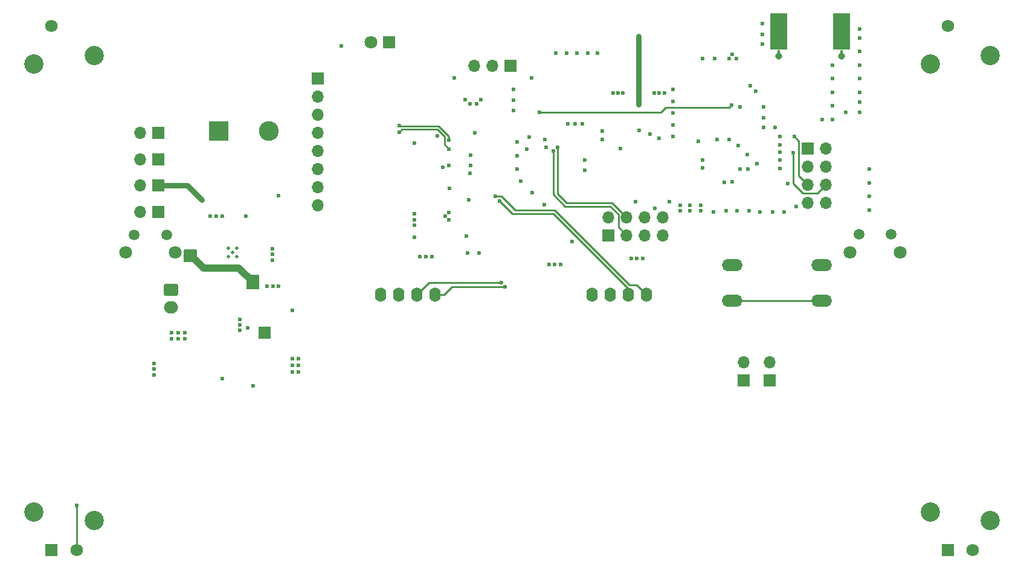
<source format=gbr>
%TF.GenerationSoftware,KiCad,Pcbnew,8.0.7*%
%TF.CreationDate,2025-03-26T21:54:53-04:00*%
%TF.ProjectId,RC-Car-Controller,52432d43-6172-42d4-936f-6e74726f6c6c,rev?*%
%TF.SameCoordinates,Original*%
%TF.FileFunction,Copper,L4,Bot*%
%TF.FilePolarity,Positive*%
%FSLAX46Y46*%
G04 Gerber Fmt 4.6, Leading zero omitted, Abs format (unit mm)*
G04 Created by KiCad (PCBNEW 8.0.7) date 2025-03-26 21:54:53*
%MOMM*%
%LPD*%
G01*
G04 APERTURE LIST*
G04 Aperture macros list*
%AMRoundRect*
0 Rectangle with rounded corners*
0 $1 Rounding radius*
0 $2 $3 $4 $5 $6 $7 $8 $9 X,Y pos of 4 corners*
0 Add a 4 corners polygon primitive as box body*
4,1,4,$2,$3,$4,$5,$6,$7,$8,$9,$2,$3,0*
0 Add four circle primitives for the rounded corners*
1,1,$1+$1,$2,$3*
1,1,$1+$1,$4,$5*
1,1,$1+$1,$6,$7*
1,1,$1+$1,$8,$9*
0 Add four rect primitives between the rounded corners*
20,1,$1+$1,$2,$3,$4,$5,0*
20,1,$1+$1,$4,$5,$6,$7,0*
20,1,$1+$1,$6,$7,$8,$9,0*
20,1,$1+$1,$8,$9,$2,$3,0*%
G04 Aperture macros list end*
%TA.AperFunction,Conductor*%
%ADD10C,0.200000*%
%TD*%
%TA.AperFunction,ComponentPad*%
%ADD11R,1.700000X1.700000*%
%TD*%
%TA.AperFunction,ComponentPad*%
%ADD12O,1.700000X1.700000*%
%TD*%
%TA.AperFunction,ComponentPad*%
%ADD13R,1.750000X1.750000*%
%TD*%
%TA.AperFunction,ComponentPad*%
%ADD14C,1.750000*%
%TD*%
%TA.AperFunction,ComponentPad*%
%ADD15C,2.700000*%
%TD*%
%TA.AperFunction,ComponentPad*%
%ADD16C,0.500000*%
%TD*%
%TA.AperFunction,ComponentPad*%
%ADD17O,1.600000X2.000000*%
%TD*%
%TA.AperFunction,ComponentPad*%
%ADD18R,2.775000X2.775000*%
%TD*%
%TA.AperFunction,ComponentPad*%
%ADD19C,2.775000*%
%TD*%
%TA.AperFunction,ComponentPad*%
%ADD20R,1.800000X1.800000*%
%TD*%
%TA.AperFunction,ComponentPad*%
%ADD21C,1.800000*%
%TD*%
%TA.AperFunction,HeatsinkPad*%
%ADD22R,1.680000X1.680000*%
%TD*%
%TA.AperFunction,ComponentPad*%
%ADD23RoundRect,0.250000X-0.750000X0.600000X-0.750000X-0.600000X0.750000X-0.600000X0.750000X0.600000X0*%
%TD*%
%TA.AperFunction,ComponentPad*%
%ADD24O,2.000000X1.700000*%
%TD*%
%TA.AperFunction,SMDPad,CuDef*%
%ADD25R,2.420000X5.080000*%
%TD*%
%TA.AperFunction,SMDPad,CuDef*%
%ADD26R,0.460000X0.950000*%
%TD*%
%TA.AperFunction,ComponentPad*%
%ADD27C,0.970000*%
%TD*%
%TA.AperFunction,ComponentPad*%
%ADD28O,2.900000X1.700000*%
%TD*%
%TA.AperFunction,ComponentPad*%
%ADD29C,1.498600*%
%TD*%
%TA.AperFunction,ComponentPad*%
%ADD30C,1.803400*%
%TD*%
%TA.AperFunction,ViaPad*%
%ADD31C,0.600000*%
%TD*%
%TA.AperFunction,Conductor*%
%ADD32C,0.254000*%
%TD*%
%TA.AperFunction,Conductor*%
%ADD33C,0.508000*%
%TD*%
%TA.AperFunction,Conductor*%
%ADD34C,0.762000*%
%TD*%
%TA.AperFunction,Conductor*%
%ADD35C,1.016000*%
%TD*%
G04 APERTURE END LIST*
D10*
%TO.N,VDD_LOAD_PRE_SW*%
X114300000Y-81534000D02*
X112649000Y-81534000D01*
X112649000Y-79629000D01*
X114300000Y-79629000D01*
X114300000Y-81534000D01*
%TA.AperFunction,Conductor*%
G36*
X114300000Y-81534000D02*
G01*
X112649000Y-81534000D01*
X112649000Y-79629000D01*
X114300000Y-79629000D01*
X114300000Y-81534000D01*
G37*
%TD.AperFunction*%
X105537000Y-77724000D02*
X103886000Y-77724000D01*
X103886000Y-76073000D01*
X105537000Y-76073000D01*
X105537000Y-77724000D01*
%TA.AperFunction,Conductor*%
G36*
X105537000Y-77724000D02*
G01*
X103886000Y-77724000D01*
X103886000Y-76073000D01*
X105537000Y-76073000D01*
X105537000Y-77724000D01*
G37*
%TD.AperFunction*%
%TD*%
D11*
%TO.P,TP6,1,1*%
%TO.N,GNDA*%
X185928000Y-94361000D03*
D12*
%TO.P,TP6,2*%
%TO.N,N/C*%
X185928000Y-91821000D03*
%TD*%
D11*
%TO.P,SW2,1,A*%
%TO.N,Net-(SW2-A)*%
X149606000Y-50292000D03*
D12*
%TO.P,SW2,2,B*%
%TO.N,Net-(SW2-B)*%
X147066000Y-50292000D03*
%TO.P,SW2,3,C*%
%TO.N,Net-(SW2-C)*%
X144526000Y-50292000D03*
%TD*%
D11*
%TO.P,J3,1,Pin_1*%
%TO.N,/Connectors/USART_TX*%
X163322000Y-74041000D03*
D12*
%TO.P,J3,2,Pin_2*%
%TO.N,/Connectors/USART_RX*%
X163322000Y-71501000D03*
%TO.P,J3,3,Pin_3*%
%TO.N,/Connectors/SWCLK*%
X165862000Y-74041000D03*
%TO.P,J3,4,Pin_4*%
%TO.N,/Connectors/SWDIO*%
X165862000Y-71501000D03*
%TO.P,J3,5,Pin_5*%
%TO.N,/Connectors/NRST*%
X168402000Y-74041000D03*
%TO.P,J3,6,Pin_6*%
%TO.N,GNDA*%
X168402000Y-71501000D03*
%TO.P,J3,7,Pin_7*%
%TO.N,+3V3*%
X170942000Y-74041000D03*
%TO.P,J3,8,Pin_8*%
%TO.N,unconnected-(J3-Pin_8-Pad8)*%
X170942000Y-71501000D03*
%TD*%
D13*
%TO.P,R45,1*%
%TO.N,+3V3*%
X85250000Y-118164000D03*
D14*
%TO.P,R45,2*%
%TO.N,/Inputs/Slider_L*%
X88750000Y-118164000D03*
%TO.P,R45,3*%
%TO.N,GNDA*%
X85250000Y-44664000D03*
D15*
%TO.P,R45,MP*%
%TO.N,N/C*%
X91200000Y-114014000D03*
X82800000Y-112814000D03*
X82800000Y-50014000D03*
X91200000Y-48814000D03*
%TD*%
D11*
%TO.P,J4,1,Pin_1*%
%TO.N,+3V3*%
X191262000Y-61849000D03*
D12*
%TO.P,J4,2,Pin_2*%
%TO.N,GNDA*%
X193802000Y-61849000D03*
%TO.P,J4,3,Pin_3*%
%TO.N,/Connectors/RF_TMS*%
X191262000Y-64389000D03*
%TO.P,J4,4,Pin_4*%
%TO.N,/Connectors/RF_nTRST*%
X193802000Y-64389000D03*
%TO.P,J4,5,Pin_5*%
%TO.N,/Connectors/RF_TCK*%
X191262000Y-66929000D03*
%TO.P,J4,6,Pin_6*%
%TO.N,/Connectors/RF_TDI*%
X193802000Y-66929000D03*
%TO.P,J4,7,Pin_7*%
%TO.N,/Connectors/RF_nSRST*%
X191262000Y-69469000D03*
%TO.P,J4,8,Pin_8*%
%TO.N,/Connectors/RF_TDO*%
X193802000Y-69469000D03*
%TD*%
D16*
%TO.P,U2,17,PAD*%
%TO.N,GNDA*%
X111207002Y-77043998D03*
X111207002Y-75864001D03*
X110617003Y-76454000D03*
X110027004Y-77043998D03*
X110027004Y-75864001D03*
%TD*%
D17*
%TO.P,Brd2,1,GND*%
%TO.N,GNDA*%
X131380000Y-82360414D03*
%TO.P,Brd2,2,VCC*%
%TO.N,+3V3*%
X133920000Y-82360414D03*
%TO.P,Brd2,3,SCL*%
%TO.N,/MCU/I2C2_SCL*%
X136460000Y-82360414D03*
%TO.P,Brd2,4,SDA*%
%TO.N,/MCU/I2C2_SDA*%
X139000000Y-82360414D03*
%TD*%
D18*
%TO.P,S1,1*%
%TO.N,VDD_LOAD_PRE_SW*%
X108712000Y-59436000D03*
D19*
%TO.P,S1,1A*%
%TO.N,VDD_LOAD*%
X115712000Y-59436000D03*
%TD*%
D20*
%TO.P,D3,1,K*%
%TO.N,GNDA*%
X132588000Y-46990000D03*
D21*
%TO.P,D3,2,A*%
%TO.N,Net-(D3-A)*%
X130048000Y-46990000D03*
%TD*%
D16*
%TO.P,U3,17,GND*%
%TO.N,GNDA*%
X114533500Y-88296800D03*
X115713500Y-88296800D03*
X115123500Y-87706800D03*
D22*
X115123500Y-87706800D03*
D16*
X114533500Y-87116800D03*
X115713500Y-87116800D03*
%TD*%
D11*
%TO.P,J6,1,Pin_1*%
%TO.N,+3V3*%
X122560000Y-52070000D03*
D12*
%TO.P,J6,2,Pin_2*%
%TO.N,GNDA*%
X122560000Y-54610000D03*
%TO.P,J6,3,Pin_3*%
%TO.N,/MCU/SPI4_MOSI*%
X122560000Y-57150000D03*
%TO.P,J6,4,Pin_4*%
%TO.N,/MCU/SPI4_SCLK*%
X122560000Y-59690000D03*
%TO.P,J6,5,Pin_5*%
%TO.N,/MCU/SPI4_CS*%
X122560000Y-62230000D03*
%TO.P,J6,6,Pin_6*%
%TO.N,/MCU/SPI4_DC*%
X122560000Y-64770000D03*
%TO.P,J6,7,Pin_7*%
%TO.N,/Outputs/LCD_RST*%
X122560000Y-67310000D03*
%TO.P,J6,8,Pin_8*%
%TO.N,+3V3*%
X122560000Y-69850000D03*
%TD*%
D11*
%TO.P,TP4,1,1*%
%TO.N,GNDA*%
X182245000Y-94366000D03*
D12*
%TO.P,TP4,2*%
%TO.N,N/C*%
X182245000Y-91826000D03*
%TD*%
D17*
%TO.P,Brd1,1,GND*%
%TO.N,GNDA*%
X161000000Y-82360414D03*
%TO.P,Brd1,2,VCC*%
%TO.N,+3V3*%
X163540000Y-82360414D03*
%TO.P,Brd1,3,SCL*%
%TO.N,/MCU/I2C1_SCL*%
X166080000Y-82360414D03*
%TO.P,Brd1,4,SDA*%
%TO.N,/MCU/I2C1_SDA*%
X168620000Y-82360414D03*
%TD*%
D23*
%TO.P,J1,1,Pin_1*%
%TO.N,VDD_BATT*%
X101981000Y-81661000D03*
D24*
%TO.P,J1,2,Pin_2*%
%TO.N,GND_BATT*%
X101981000Y-84161000D03*
%TD*%
D25*
%TO.P,J5,2,Ext*%
%TO.N,GNDA*%
X195958000Y-45466000D03*
X187198000Y-45466000D03*
D26*
X195958000Y-48456000D03*
X187198000Y-48456000D03*
D27*
X195958000Y-48906000D03*
X187198000Y-48906000D03*
%TD*%
D28*
%TO.P,SW1,1,1*%
%TO.N,GNDA*%
X180667000Y-78232000D03*
X193167000Y-78232000D03*
%TO.P,SW1,2,2*%
%TO.N,/Connectors/NRST*%
X180667000Y-83232000D03*
X193167000Y-83232000D03*
%TD*%
D11*
%TO.P,TP1,1,1*%
%TO.N,VDD_USB*%
X100208000Y-59690000D03*
D12*
%TO.P,TP1,2*%
%TO.N,N/C*%
X97668000Y-59690000D03*
%TD*%
D13*
%TO.P,R48,1*%
%TO.N,+3V3*%
X210848000Y-118188000D03*
D14*
%TO.P,R48,2*%
%TO.N,/Inputs/Slider_R*%
X214348000Y-118188000D03*
%TO.P,R48,3*%
%TO.N,GNDA*%
X210848000Y-44688000D03*
D15*
%TO.P,R48,MP*%
%TO.N,N/C*%
X216798000Y-114038000D03*
X208398000Y-112838000D03*
X208398000Y-50038000D03*
X216798000Y-48838000D03*
%TD*%
D11*
%TO.P,TP2,1,1*%
%TO.N,GNDA*%
X100208000Y-70739000D03*
D12*
%TO.P,TP2,2*%
%TO.N,N/C*%
X97668000Y-70739000D03*
%TD*%
D11*
%TO.P,TP3,1,1*%
%TO.N,VDD_BATT*%
X100208000Y-67056000D03*
D12*
%TO.P,TP3,2*%
%TO.N,N/C*%
X97668000Y-67056000D03*
%TD*%
D11*
%TO.P,TP5,1,1*%
%TO.N,+3V3*%
X100208000Y-63373000D03*
D12*
%TO.P,TP5,2*%
%TO.N,N/C*%
X97668000Y-63373000D03*
%TD*%
D29*
%TO.P,SW4,1,1*%
%TO.N,GNDA*%
X198445999Y-73914000D03*
%TO.P,SW4,2,2*%
%TO.N,/Inputs/Button_R*%
X202946000Y-73914000D03*
D30*
%TO.P,SW4,3,3*%
%TO.N,GNDA*%
X197190999Y-76404299D03*
%TO.P,SW4,4,4*%
X204201000Y-76404299D03*
%TD*%
D29*
%TO.P,SW3,1,1*%
%TO.N,GNDA*%
X96860999Y-73936051D03*
%TO.P,SW3,2,2*%
%TO.N,/Inputs/Button_L*%
X101361000Y-73936051D03*
D30*
%TO.P,SW3,3,3*%
%TO.N,GNDA*%
X95605999Y-76426350D03*
%TO.P,SW3,4,4*%
X102616000Y-76426350D03*
%TD*%
D31*
%TO.N,+3V3*%
X145177947Y-76505179D03*
X143256000Y-54991000D03*
X119888000Y-93218000D03*
X112748616Y-87036205D03*
X136080500Y-74295000D03*
X140462000Y-71374000D03*
X176276000Y-69850000D03*
X179766345Y-70629239D03*
X119888000Y-91313000D03*
X143931000Y-65318000D03*
X176276000Y-70612000D03*
X140970000Y-71882000D03*
X158242000Y-74930000D03*
X143952436Y-62832101D03*
X137711270Y-77039454D03*
X140081000Y-64516000D03*
X119893416Y-92252891D03*
X119002630Y-92241686D03*
X173342000Y-69850000D03*
X158623000Y-58420000D03*
X181229000Y-49276000D03*
X180213000Y-49276000D03*
X173342000Y-70612000D03*
X143891000Y-55626000D03*
X125857000Y-47498000D03*
X118999000Y-93218000D03*
X159639000Y-58420000D03*
X138538925Y-77035215D03*
X183007000Y-70629239D03*
X136887925Y-77035215D03*
X140970000Y-70866000D03*
X168129925Y-77289215D03*
X180681991Y-48641000D03*
X167302270Y-77293454D03*
X181356000Y-70625000D03*
X118999000Y-91313000D03*
X157607000Y-58420000D03*
X141732000Y-51943000D03*
X166478925Y-77289215D03*
%TO.N,/MCU/I2C2_SDA*%
X148831702Y-81272920D03*
%TO.N,GNDA*%
X164973000Y-61849000D03*
X184150000Y-64008000D03*
X143946000Y-64246000D03*
X194691000Y-53975000D03*
X178181000Y-49276000D03*
X198501000Y-45085000D03*
X149987000Y-56515000D03*
X143383000Y-74168000D03*
X170434000Y-60452000D03*
X172352000Y-53594000D03*
X176530000Y-49276000D03*
X183941000Y-53856473D03*
X165354000Y-54102000D03*
X172352000Y-58547000D03*
X189611000Y-69977000D03*
X156604573Y-78154815D03*
X185039000Y-57531000D03*
X149987000Y-53594000D03*
X107524002Y-71374000D03*
X118999000Y-84582000D03*
X198501000Y-52070000D03*
X187325000Y-60198000D03*
X136144000Y-61087000D03*
X174752000Y-70612000D03*
X199898000Y-64770000D03*
X149987000Y-55118000D03*
X175895000Y-60825000D03*
X167640000Y-59309000D03*
X162433000Y-59436000D03*
X198501000Y-56769000D03*
X102045000Y-88550500D03*
X169164000Y-59817000D03*
X199898000Y-68580000D03*
X99632000Y-93630500D03*
X170434747Y-54100066D03*
X184912000Y-45847000D03*
X143559901Y-76511597D03*
X172352000Y-55245000D03*
X117094000Y-68453000D03*
X141025000Y-67421000D03*
X136145215Y-70995075D03*
X198501000Y-53975000D03*
X151003000Y-66421000D03*
X103010109Y-87656084D03*
X117094000Y-81153000D03*
X109220000Y-94107000D03*
X169799000Y-70231000D03*
X158877000Y-48514000D03*
X171831000Y-69342000D03*
X194691000Y-57785000D03*
X115443000Y-81153000D03*
X178562000Y-60579000D03*
X103950000Y-88550500D03*
X188468000Y-66802000D03*
X174752000Y-69850000D03*
X164656247Y-54100066D03*
X194691000Y-52070000D03*
X180213000Y-60579000D03*
X198501000Y-48260000D03*
X139319000Y-60071000D03*
X116205000Y-75901002D03*
X187325000Y-61341000D03*
X185039000Y-58928000D03*
X116201981Y-76724478D03*
X116261307Y-81153000D03*
X199898000Y-66675000D03*
X140898000Y-64246000D03*
X111633000Y-85852000D03*
X155781228Y-78150576D03*
X169735500Y-54102000D03*
X172352000Y-56896000D03*
X196596000Y-56769000D03*
X185039000Y-56007000D03*
X161798000Y-48514000D03*
X150495000Y-64770000D03*
X152654000Y-68072000D03*
X136149454Y-71822730D03*
X108341934Y-71385056D03*
X144614000Y-59690000D03*
X187325000Y-62357000D03*
X182753000Y-62738000D03*
X183152264Y-53067736D03*
X187951425Y-70729808D03*
X163957000Y-54102000D03*
X178054000Y-70739000D03*
X198501000Y-50165000D03*
X112477002Y-71374000D03*
X186690000Y-58928000D03*
X150495000Y-60960000D03*
X103950000Y-87661500D03*
X150495000Y-62865000D03*
X109175002Y-71374000D03*
X154953573Y-78154815D03*
X143757092Y-69046793D03*
X155956000Y-48514000D03*
X116205000Y-77552002D03*
X102045000Y-87661500D03*
X157480000Y-48514000D03*
X167132000Y-69342000D03*
X184522425Y-70729808D03*
X186300425Y-70729808D03*
X136145215Y-72646075D03*
X171132500Y-54102000D03*
X193294000Y-57785000D03*
X154305000Y-69723000D03*
X184912000Y-44323000D03*
X162433000Y-60579000D03*
X194691000Y-55880000D03*
X113538000Y-95123000D03*
X187325000Y-63500000D03*
X181737000Y-56007000D03*
X103021314Y-88546870D03*
X187325000Y-64643000D03*
X99627761Y-92802845D03*
X111633000Y-86614000D03*
X172352000Y-60198000D03*
X199898000Y-70485000D03*
X144808537Y-55627170D03*
X198501000Y-46355000D03*
X194691000Y-50165000D03*
X198501000Y-55372000D03*
X160401000Y-48514000D03*
X145443537Y-54992170D03*
X152527000Y-51930000D03*
X181483000Y-61468000D03*
X184912000Y-47244000D03*
X99632000Y-91979500D03*
X111633000Y-87376000D03*
%TO.N,/MCU/I2C2_SCL*%
X148336000Y-80645000D03*
%TO.N,/MCU/I2C1_SDA*%
X147487000Y-68580000D03*
%TO.N,/MCU/I2C1_SCL*%
X148082000Y-69215000D03*
%TO.N,VDD_BATT*%
X106299000Y-69088000D03*
%TO.N,/Connectors/SWCLK*%
X155575000Y-62230000D03*
%TO.N,/Connectors/SWDIO*%
X156210000Y-61722000D03*
%TO.N,VDD_USB*%
X167513000Y-55681000D03*
X167515449Y-46101000D03*
%TO.N,/Inputs/Slider_L*%
X88773000Y-111887000D03*
%TO.N,VDD_LOAD_PRE_SW*%
X113906000Y-81153000D03*
X104280000Y-77343000D03*
X105156000Y-76454000D03*
X104280000Y-76454000D03*
X105156000Y-77343000D03*
X113030000Y-81153000D03*
X113030000Y-80264000D03*
%TO.N,/MCU/SDMMC1_CMD*%
X152175819Y-60268327D03*
X179541000Y-66585000D03*
%TO.N,/MCU/SDMMC1_D1*%
X159951706Y-63506465D03*
X182880000Y-64770000D03*
%TO.N,/MCU/SDMMC1_CK*%
X180648376Y-66547752D03*
X151892000Y-61976000D03*
%TO.N,/MCU/SDMMC1_D2*%
X176530000Y-63498000D03*
X154612080Y-61728475D03*
%TO.N,/MCU/SDMMC1_D3*%
X154432000Y-60579000D03*
X176530000Y-64606003D03*
%TO.N,/MCU/SDMMC1_D0*%
X181737000Y-64770000D03*
X160020000Y-64897000D03*
%TO.N,/MCU/SPI4_CS*%
X140970000Y-60706000D03*
X133995221Y-58676379D03*
%TO.N,/MCU/SPI4_DC*%
X133985000Y-59563000D03*
X140970000Y-61913000D03*
%TO.N,/Connectors/RF_TDI*%
X189230000Y-62484000D03*
%TO.N,/Connectors/RF_TCK*%
X189357000Y-60198000D03*
%TO.N,/MCU/RF_RESET*%
X153670000Y-56769000D03*
X180594000Y-55753000D03*
%TD*%
D32*
%TO.N,/MCU/I2C2_SDA*%
X148824622Y-81280000D02*
X141351000Y-81280000D01*
X141351000Y-81280000D02*
X140270586Y-82360414D01*
X140270586Y-82360414D02*
X139000000Y-82360414D01*
X148831702Y-81272920D02*
X148824622Y-81280000D01*
X139000000Y-82361000D02*
X139000000Y-82360414D01*
%TO.N,/MCU/I2C2_SCL*%
X138175414Y-80645000D02*
X136460000Y-82360414D01*
X148336000Y-80645000D02*
X138175414Y-80645000D01*
X136460000Y-82353948D02*
X136460000Y-82360414D01*
%TO.N,/MCU/I2C1_SDA*%
X167293000Y-81033414D02*
X168620000Y-82360414D01*
X147487000Y-68580000D02*
X148333712Y-68580000D01*
X155754639Y-70539000D02*
X166249053Y-81033414D01*
X148333712Y-68580000D02*
X150241000Y-70487288D01*
X166249053Y-81033414D02*
X167293000Y-81033414D01*
X150241000Y-70487288D02*
X150241000Y-70539000D01*
X150241000Y-70539000D02*
X155754639Y-70539000D01*
%TO.N,/MCU/I2C1_SCL*%
X166080000Y-82360414D02*
X166080000Y-81506414D01*
X166080000Y-81506414D02*
X155566586Y-70993000D01*
X155566586Y-70993000D02*
X149860000Y-70993000D01*
X149860000Y-70993000D02*
X148082000Y-69215000D01*
%TO.N,/Connectors/NRST*%
X180667000Y-83232000D02*
X193167000Y-83232000D01*
D33*
%TO.N,VDD_BATT*%
X101859000Y-81783000D02*
X101981000Y-81661000D01*
D34*
X104267000Y-67056000D02*
X100208000Y-67056000D01*
X106299000Y-69088000D02*
X104267000Y-67056000D01*
D32*
%TO.N,/Connectors/SWCLK*%
X163576000Y-69977000D02*
X164719900Y-71120900D01*
X157226000Y-69977000D02*
X163576000Y-69977000D01*
X155575000Y-68326000D02*
X157226000Y-69977000D01*
X164719900Y-71120900D02*
X164719900Y-72898900D01*
X155575000Y-62230000D02*
X155575000Y-68326000D01*
X164719900Y-72898900D02*
X165862000Y-74041000D01*
%TO.N,/Connectors/SWDIO*%
X156210000Y-61722000D02*
X156210000Y-68199000D01*
X156210000Y-68199000D02*
X157480000Y-69469000D01*
X163830000Y-69469000D02*
X165862000Y-71501000D01*
X157480000Y-69469000D02*
X163830000Y-69469000D01*
D34*
%TO.N,VDD_USB*%
X167513000Y-46103449D02*
X167513000Y-55681000D01*
X167515449Y-46101000D02*
X167513000Y-46103449D01*
D32*
%TO.N,/Inputs/Slider_L*%
X88750000Y-111910000D02*
X88750000Y-118164000D01*
D35*
%TO.N,VDD_LOAD_PRE_SW*%
X111506000Y-78613000D02*
X106553000Y-78613000D01*
X113474500Y-80581500D02*
X111506000Y-78613000D01*
X106553000Y-78613000D02*
X104775000Y-76835000D01*
D32*
%TO.N,/MCU/SPI4_CS*%
X139504764Y-58728000D02*
X140970000Y-60193236D01*
X134046842Y-58728000D02*
X139504764Y-58728000D01*
X133995221Y-58676379D02*
X134046842Y-58728000D01*
X140970000Y-60193236D02*
X140970000Y-60706000D01*
%TO.N,/MCU/SPI4_DC*%
X133985000Y-59563000D02*
X134366000Y-59182000D01*
X139316712Y-59182000D02*
X140343000Y-60208288D01*
X140343000Y-60208288D02*
X140343000Y-61286000D01*
X140343000Y-61286000D02*
X140970000Y-61913000D01*
X134366000Y-59182000D02*
X139316712Y-59182000D01*
%TO.N,/Connectors/RF_TDI*%
X193802000Y-66929000D02*
X192625000Y-68106000D01*
X189230000Y-66802000D02*
X189230000Y-62484000D01*
X190534000Y-68106000D02*
X189230000Y-66802000D01*
X192625000Y-68106000D02*
X190534000Y-68106000D01*
%TO.N,/Connectors/RF_TCK*%
X189992000Y-65659000D02*
X189992000Y-60833000D01*
X191262000Y-66929000D02*
X189992000Y-65659000D01*
X189992000Y-60833000D02*
X189357000Y-60198000D01*
%TO.N,/MCU/RF_RESET*%
X170688000Y-56769000D02*
X171323000Y-56134000D01*
X180213000Y-56134000D02*
X180594000Y-55753000D01*
X171323000Y-56134000D02*
X180213000Y-56134000D01*
X153670000Y-56769000D02*
X170688000Y-56769000D01*
%TD*%
M02*

</source>
